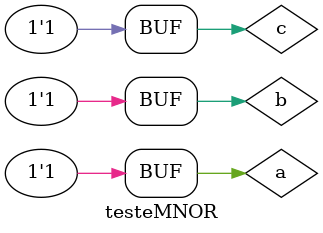
<source format=v>


   module  Exercicio02(s4, a, b, c);
	output s4;
	input a, b, c;
	assign s4 = ~( a | b | c);
	
   endmodule

   module testeMNOR;
	reg a, b, c;
	wire s1, s2, s3, s4;

	Exercicio02 MNOR1 (s1, a, a, a);
	Exercicio02 MNOR2 (s2, b, b, b);
	Exercicio02 MNOR3 (s3, c, c, c);
	Exercicio02 MNOR4 (s4, s1, s2, s3);

	initial begin
		a = 0;b = 0;c = 0;
	end

	initial begin

   #1 $display (" Larissa Fernandes Leijoto - 410476 ");
   #1 $display (" a & b & c = s4 ");
	
	$monitor (" %b & %b & %b = %b ", a,b,c,s4);
	   #1 a=0;b=0;c=1;
      #1 a=0;b=1;c=0;
      #1 a=0;b=1;c=1;
		#1 a=1;b=0;c=0;
		#1 a=1;b=0;c=1;
		#1 a=1;b=1;c=0;
		#1 a=1;b=1;c=1;
	end	
endmodule

</source>
